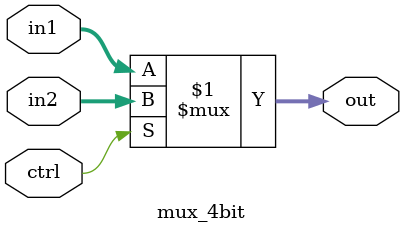
<source format=v>
module mux_4bit(in1,in2,ctrl,out);
	input [3:0] in1, in2;
	input ctrl;
	output [3:0] out;
	
	assign out = ctrl ? in2 : in1;
endmodule
</source>
